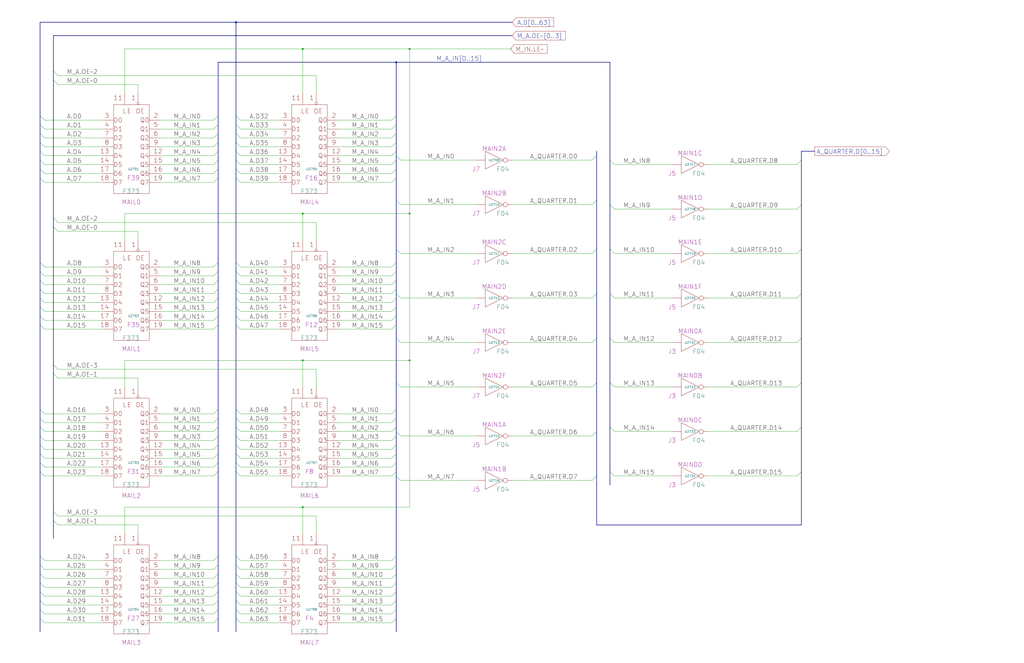
<source format=kicad_sch>
(kicad_sch (version 20211123) (generator eeschema)
  (paper "User" 584.2 378.46)
  (title_block (title "MULTIPLIER A INPUT LATCH") (date "22-MAR-90") (rev "1.0") (comment 1 "VALUE") (comment 2 "232-003063") (comment 3 "S400") (comment 4 "RELEASED"))
  (bus (pts (xy 124.46 101.6) (xy 124.46 149.86)))
  (bus (pts (xy 124.46 149.86) (xy 124.46 154.94)))
  (bus (pts (xy 124.46 154.94) (xy 124.46 160.02)))
  (bus (pts (xy 124.46 160.02) (xy 124.46 165.1)))
  (bus (pts (xy 124.46 165.1) (xy 124.46 170.18)))
  (bus (pts (xy 124.46 170.18) (xy 124.46 175.26)))
  (bus (pts (xy 124.46 175.26) (xy 124.46 180.34)))
  (bus (pts (xy 124.46 180.34) (xy 124.46 185.42)))
  (bus (pts (xy 124.46 185.42) (xy 124.46 233.68)))
  (bus (pts (xy 124.46 233.68) (xy 124.46 238.76)))
  (bus (pts (xy 124.46 238.76) (xy 124.46 243.84)))
  (bus (pts (xy 124.46 243.84) (xy 124.46 248.92)))
  (bus (pts (xy 124.46 248.92) (xy 124.46 254)))
  (bus (pts (xy 124.46 254) (xy 124.46 259.08)))
  (bus (pts (xy 124.46 259.08) (xy 124.46 264.16)))
  (bus (pts (xy 124.46 264.16) (xy 124.46 269.24)))
  (bus (pts (xy 124.46 269.24) (xy 124.46 317.5)))
  (bus (pts (xy 124.46 317.5) (xy 124.46 322.58)))
  (bus (pts (xy 124.46 322.58) (xy 124.46 327.66)))
  (bus (pts (xy 124.46 327.66) (xy 124.46 332.74)))
  (bus (pts (xy 124.46 332.74) (xy 124.46 337.82)))
  (bus (pts (xy 124.46 337.82) (xy 124.46 342.9)))
  (bus (pts (xy 124.46 342.9) (xy 124.46 347.98)))
  (bus (pts (xy 124.46 347.98) (xy 124.46 353.06)))
  (bus (pts (xy 124.46 35.56) (xy 124.46 66.04)))
  (bus (pts (xy 124.46 35.56) (xy 226.06 35.56)))
  (bus (pts (xy 124.46 353.06) (xy 124.46 360.68)))
  (bus (pts (xy 124.46 66.04) (xy 124.46 71.12)))
  (bus (pts (xy 124.46 71.12) (xy 124.46 76.2)))
  (bus (pts (xy 124.46 76.2) (xy 124.46 81.28)))
  (bus (pts (xy 124.46 81.28) (xy 124.46 86.36)))
  (bus (pts (xy 124.46 86.36) (xy 124.46 91.44)))
  (bus (pts (xy 124.46 91.44) (xy 124.46 96.52)))
  (bus (pts (xy 124.46 96.52) (xy 124.46 101.6)))
  (bus (pts (xy 134.62 101.6) (xy 134.62 149.86)))
  (bus (pts (xy 134.62 12.7) (xy 134.62 66.04)))
  (bus (pts (xy 134.62 12.7) (xy 292.1 12.7)))
  (bus (pts (xy 134.62 149.86) (xy 134.62 154.94)))
  (bus (pts (xy 134.62 154.94) (xy 134.62 160.02)))
  (bus (pts (xy 134.62 160.02) (xy 134.62 165.1)))
  (bus (pts (xy 134.62 165.1) (xy 134.62 170.18)))
  (bus (pts (xy 134.62 170.18) (xy 134.62 175.26)))
  (bus (pts (xy 134.62 175.26) (xy 134.62 180.34)))
  (bus (pts (xy 134.62 180.34) (xy 134.62 185.42)))
  (bus (pts (xy 134.62 185.42) (xy 134.62 233.68)))
  (bus (pts (xy 134.62 233.68) (xy 134.62 238.76)))
  (bus (pts (xy 134.62 238.76) (xy 134.62 243.84)))
  (bus (pts (xy 134.62 243.84) (xy 134.62 248.92)))
  (bus (pts (xy 134.62 248.92) (xy 134.62 254)))
  (bus (pts (xy 134.62 254) (xy 134.62 259.08)))
  (bus (pts (xy 134.62 259.08) (xy 134.62 264.16)))
  (bus (pts (xy 134.62 264.16) (xy 134.62 269.24)))
  (bus (pts (xy 134.62 269.24) (xy 134.62 317.5)))
  (bus (pts (xy 134.62 317.5) (xy 134.62 322.58)))
  (bus (pts (xy 134.62 322.58) (xy 134.62 327.66)))
  (bus (pts (xy 134.62 327.66) (xy 134.62 332.74)))
  (bus (pts (xy 134.62 332.74) (xy 134.62 337.82)))
  (bus (pts (xy 134.62 337.82) (xy 134.62 342.9)))
  (bus (pts (xy 134.62 342.9) (xy 134.62 347.98)))
  (bus (pts (xy 134.62 347.98) (xy 134.62 353.06)))
  (bus (pts (xy 134.62 353.06) (xy 134.62 360.68)))
  (bus (pts (xy 134.62 66.04) (xy 134.62 71.12)))
  (bus (pts (xy 134.62 71.12) (xy 134.62 76.2)))
  (bus (pts (xy 134.62 76.2) (xy 134.62 81.28)))
  (bus (pts (xy 134.62 81.28) (xy 134.62 86.36)))
  (bus (pts (xy 134.62 86.36) (xy 134.62 91.44)))
  (bus (pts (xy 134.62 91.44) (xy 134.62 96.52)))
  (bus (pts (xy 134.62 96.52) (xy 134.62 101.6)))
  (bus (pts (xy 22.86 101.6) (xy 22.86 149.86)))
  (bus (pts (xy 22.86 12.7) (xy 134.62 12.7)))
  (bus (pts (xy 22.86 12.7) (xy 22.86 66.04)))
  (bus (pts (xy 22.86 149.86) (xy 22.86 154.94)))
  (bus (pts (xy 22.86 154.94) (xy 22.86 160.02)))
  (bus (pts (xy 22.86 160.02) (xy 22.86 165.1)))
  (bus (pts (xy 22.86 165.1) (xy 22.86 170.18)))
  (bus (pts (xy 22.86 170.18) (xy 22.86 175.26)))
  (bus (pts (xy 22.86 175.26) (xy 22.86 180.34)))
  (bus (pts (xy 22.86 180.34) (xy 22.86 185.42)))
  (bus (pts (xy 22.86 185.42) (xy 22.86 233.68)))
  (bus (pts (xy 22.86 233.68) (xy 22.86 238.76)))
  (bus (pts (xy 22.86 238.76) (xy 22.86 243.84)))
  (bus (pts (xy 22.86 243.84) (xy 22.86 248.92)))
  (bus (pts (xy 22.86 248.92) (xy 22.86 254)))
  (bus (pts (xy 22.86 254) (xy 22.86 259.08)))
  (bus (pts (xy 22.86 259.08) (xy 22.86 264.16)))
  (bus (pts (xy 22.86 264.16) (xy 22.86 269.24)))
  (bus (pts (xy 22.86 269.24) (xy 22.86 317.5)))
  (bus (pts (xy 22.86 317.5) (xy 22.86 322.58)))
  (bus (pts (xy 22.86 322.58) (xy 22.86 327.66)))
  (bus (pts (xy 22.86 327.66) (xy 22.86 332.74)))
  (bus (pts (xy 22.86 332.74) (xy 22.86 337.82)))
  (bus (pts (xy 22.86 337.82) (xy 22.86 342.9)))
  (bus (pts (xy 22.86 342.9) (xy 22.86 347.98)))
  (bus (pts (xy 22.86 347.98) (xy 22.86 353.06)))
  (bus (pts (xy 22.86 353.06) (xy 22.86 360.68)))
  (bus (pts (xy 22.86 66.04) (xy 22.86 71.12)))
  (bus (pts (xy 22.86 71.12) (xy 22.86 76.2)))
  (bus (pts (xy 22.86 76.2) (xy 22.86 81.28)))
  (bus (pts (xy 22.86 81.28) (xy 22.86 86.36)))
  (bus (pts (xy 22.86 86.36) (xy 22.86 91.44)))
  (bus (pts (xy 22.86 91.44) (xy 22.86 96.52)))
  (bus (pts (xy 22.86 96.52) (xy 22.86 101.6)))
  (bus (pts (xy 226.06 101.6) (xy 226.06 114.3)))
  (bus (pts (xy 226.06 114.3) (xy 226.06 142.24)))
  (bus (pts (xy 226.06 142.24) (xy 226.06 149.86)))
  (bus (pts (xy 226.06 149.86) (xy 226.06 154.94)))
  (bus (pts (xy 226.06 154.94) (xy 226.06 160.02)))
  (bus (pts (xy 226.06 160.02) (xy 226.06 165.1)))
  (bus (pts (xy 226.06 165.1) (xy 226.06 167.64)))
  (bus (pts (xy 226.06 167.64) (xy 226.06 170.18)))
  (bus (pts (xy 226.06 170.18) (xy 226.06 175.26)))
  (bus (pts (xy 226.06 175.26) (xy 226.06 180.34)))
  (bus (pts (xy 226.06 180.34) (xy 226.06 185.42)))
  (bus (pts (xy 226.06 185.42) (xy 226.06 193.04)))
  (bus (pts (xy 226.06 193.04) (xy 226.06 218.44)))
  (bus (pts (xy 226.06 218.44) (xy 226.06 233.68)))
  (bus (pts (xy 226.06 233.68) (xy 226.06 238.76)))
  (bus (pts (xy 226.06 238.76) (xy 226.06 243.84)))
  (bus (pts (xy 226.06 243.84) (xy 226.06 246.38)))
  (bus (pts (xy 226.06 246.38) (xy 226.06 248.92)))
  (bus (pts (xy 226.06 248.92) (xy 226.06 254)))
  (bus (pts (xy 226.06 254) (xy 226.06 259.08)))
  (bus (pts (xy 226.06 259.08) (xy 226.06 264.16)))
  (bus (pts (xy 226.06 264.16) (xy 226.06 269.24)))
  (bus (pts (xy 226.06 269.24) (xy 226.06 271.78)))
  (bus (pts (xy 226.06 271.78) (xy 226.06 317.5)))
  (bus (pts (xy 226.06 317.5) (xy 226.06 322.58)))
  (bus (pts (xy 226.06 322.58) (xy 226.06 327.66)))
  (bus (pts (xy 226.06 327.66) (xy 226.06 332.74)))
  (bus (pts (xy 226.06 332.74) (xy 226.06 337.82)))
  (bus (pts (xy 226.06 337.82) (xy 226.06 342.9)))
  (bus (pts (xy 226.06 342.9) (xy 226.06 347.98)))
  (bus (pts (xy 226.06 347.98) (xy 226.06 353.06)))
  (bus (pts (xy 226.06 35.56) (xy 226.06 66.04)))
  (bus (pts (xy 226.06 35.56) (xy 347.98 35.56)))
  (bus (pts (xy 226.06 353.06) (xy 226.06 360.68)))
  (bus (pts (xy 226.06 66.04) (xy 226.06 71.12)))
  (bus (pts (xy 226.06 71.12) (xy 226.06 76.2)))
  (bus (pts (xy 226.06 76.2) (xy 226.06 81.28)))
  (bus (pts (xy 226.06 81.28) (xy 226.06 86.36)))
  (bus (pts (xy 226.06 86.36) (xy 226.06 88.9)))
  (bus (pts (xy 226.06 88.9) (xy 226.06 91.44)))
  (bus (pts (xy 226.06 91.44) (xy 226.06 96.52)))
  (bus (pts (xy 226.06 96.52) (xy 226.06 101.6)))
  (bus (pts (xy 30.48 124.46) (xy 30.48 129.54)))
  (bus (pts (xy 30.48 129.54) (xy 30.48 208.28)))
  (bus (pts (xy 30.48 20.32) (xy 292.1 20.32)))
  (bus (pts (xy 30.48 20.32) (xy 30.48 40.64)))
  (bus (pts (xy 30.48 208.28) (xy 30.48 213.36)))
  (bus (pts (xy 30.48 213.36) (xy 30.48 292.1)))
  (bus (pts (xy 30.48 292.1) (xy 30.48 297.18)))
  (bus (pts (xy 30.48 297.18) (xy 30.48 307.34)))
  (bus (pts (xy 30.48 40.64) (xy 30.48 45.72)))
  (bus (pts (xy 30.48 45.72) (xy 30.48 124.46)))
  (bus (pts (xy 340.36 114.3) (xy 340.36 142.24)))
  (bus (pts (xy 340.36 142.24) (xy 340.36 167.64)))
  (bus (pts (xy 340.36 167.64) (xy 340.36 193.04)))
  (bus (pts (xy 340.36 193.04) (xy 340.36 218.44)))
  (bus (pts (xy 340.36 218.44) (xy 340.36 246.38)))
  (bus (pts (xy 340.36 246.38) (xy 340.36 271.78)))
  (bus (pts (xy 340.36 271.78) (xy 340.36 299.72)))
  (bus (pts (xy 340.36 299.72) (xy 457.2 299.72)))
  (bus (pts (xy 340.36 86.36) (xy 340.36 88.9)))
  (bus (pts (xy 340.36 88.9) (xy 340.36 114.3)))
  (bus (pts (xy 347.98 116.84) (xy 347.98 142.24)))
  (bus (pts (xy 347.98 142.24) (xy 347.98 167.64)))
  (bus (pts (xy 347.98 167.64) (xy 347.98 193.04)))
  (bus (pts (xy 347.98 193.04) (xy 347.98 218.44)))
  (bus (pts (xy 347.98 218.44) (xy 347.98 243.84)))
  (bus (pts (xy 347.98 243.84) (xy 347.98 269.24)))
  (bus (pts (xy 347.98 269.24) (xy 347.98 276.86)))
  (bus (pts (xy 347.98 35.56) (xy 347.98 91.44)))
  (bus (pts (xy 347.98 91.44) (xy 347.98 116.84)))
  (bus (pts (xy 457.2 116.84) (xy 457.2 142.24)))
  (bus (pts (xy 457.2 142.24) (xy 457.2 167.64)))
  (bus (pts (xy 457.2 167.64) (xy 457.2 193.04)))
  (bus (pts (xy 457.2 193.04) (xy 457.2 218.44)))
  (bus (pts (xy 457.2 218.44) (xy 457.2 243.84)))
  (bus (pts (xy 457.2 243.84) (xy 457.2 269.24)))
  (bus (pts (xy 457.2 269.24) (xy 457.2 299.72)))
  (bus (pts (xy 457.2 86.36) (xy 457.2 91.44)))
  (bus (pts (xy 457.2 86.36) (xy 464.82 86.36)))
  (bus (pts (xy 457.2 91.44) (xy 457.2 116.84)))
  (wire (pts (xy 137.16 104.14) (xy 160.02 104.14)))
  (wire (pts (xy 137.16 152.4) (xy 160.02 152.4)))
  (wire (pts (xy 137.16 157.48) (xy 160.02 157.48)))
  (wire (pts (xy 137.16 162.56) (xy 160.02 162.56)))
  (wire (pts (xy 137.16 167.64) (xy 160.02 167.64)))
  (wire (pts (xy 137.16 172.72) (xy 160.02 172.72)))
  (wire (pts (xy 137.16 177.8) (xy 160.02 177.8)))
  (wire (pts (xy 137.16 182.88) (xy 160.02 182.88)))
  (wire (pts (xy 137.16 187.96) (xy 160.02 187.96)))
  (wire (pts (xy 137.16 236.22) (xy 160.02 236.22)))
  (wire (pts (xy 137.16 241.3) (xy 160.02 241.3)))
  (wire (pts (xy 137.16 246.38) (xy 160.02 246.38)))
  (wire (pts (xy 137.16 251.46) (xy 160.02 251.46)))
  (wire (pts (xy 137.16 256.54) (xy 160.02 256.54)))
  (wire (pts (xy 137.16 261.62) (xy 160.02 261.62)))
  (wire (pts (xy 137.16 266.7) (xy 160.02 266.7)))
  (wire (pts (xy 137.16 271.78) (xy 160.02 271.78)))
  (wire (pts (xy 137.16 320.04) (xy 160.02 320.04)))
  (wire (pts (xy 137.16 325.12) (xy 160.02 325.12)))
  (wire (pts (xy 137.16 330.2) (xy 160.02 330.2)))
  (wire (pts (xy 137.16 335.28) (xy 160.02 335.28)))
  (wire (pts (xy 137.16 340.36) (xy 160.02 340.36)))
  (wire (pts (xy 137.16 345.44) (xy 160.02 345.44)))
  (wire (pts (xy 137.16 350.52) (xy 160.02 350.52)))
  (wire (pts (xy 137.16 355.6) (xy 160.02 355.6)))
  (wire (pts (xy 137.16 68.58) (xy 160.02 68.58)))
  (wire (pts (xy 137.16 73.66) (xy 160.02 73.66)))
  (wire (pts (xy 137.16 78.74) (xy 160.02 78.74)))
  (wire (pts (xy 137.16 83.82) (xy 160.02 83.82)))
  (wire (pts (xy 137.16 88.9) (xy 160.02 88.9)))
  (wire (pts (xy 137.16 93.98) (xy 160.02 93.98)))
  (wire (pts (xy 137.16 99.06) (xy 160.02 99.06)))
  (wire (pts (xy 172.72 121.92) (xy 172.72 137.16)))
  (wire (pts (xy 172.72 121.92) (xy 233.68 121.92)))
  (wire (pts (xy 172.72 205.74) (xy 172.72 220.98)))
  (wire (pts (xy 172.72 205.74) (xy 233.68 205.74)))
  (wire (pts (xy 172.72 27.94) (xy 172.72 53.34)))
  (wire (pts (xy 172.72 27.94) (xy 71.12 27.94)))
  (wire (pts (xy 172.72 289.56) (xy 172.72 304.8)))
  (wire (pts (xy 172.72 289.56) (xy 233.68 289.56)))
  (wire (pts (xy 180.34 127) (xy 180.34 137.16)))
  (wire (pts (xy 180.34 210.82) (xy 180.34 220.98)))
  (wire (pts (xy 180.34 294.64) (xy 180.34 304.8)))
  (wire (pts (xy 180.34 43.18) (xy 180.34 53.34)))
  (wire (pts (xy 193.04 104.14) (xy 223.52 104.14)))
  (wire (pts (xy 193.04 152.4) (xy 223.52 152.4)))
  (wire (pts (xy 193.04 157.48) (xy 223.52 157.48)))
  (wire (pts (xy 193.04 162.56) (xy 223.52 162.56)))
  (wire (pts (xy 193.04 167.64) (xy 223.52 167.64)))
  (wire (pts (xy 193.04 172.72) (xy 223.52 172.72)))
  (wire (pts (xy 193.04 177.8) (xy 223.52 177.8)))
  (wire (pts (xy 193.04 182.88) (xy 223.52 182.88)))
  (wire (pts (xy 193.04 187.96) (xy 223.52 187.96)))
  (wire (pts (xy 193.04 236.22) (xy 223.52 236.22)))
  (wire (pts (xy 193.04 241.3) (xy 223.52 241.3)))
  (wire (pts (xy 193.04 246.38) (xy 223.52 246.38)))
  (wire (pts (xy 193.04 251.46) (xy 223.52 251.46)))
  (wire (pts (xy 193.04 256.54) (xy 223.52 256.54)))
  (wire (pts (xy 193.04 261.62) (xy 223.52 261.62)))
  (wire (pts (xy 193.04 266.7) (xy 223.52 266.7)))
  (wire (pts (xy 193.04 271.78) (xy 223.52 271.78)))
  (wire (pts (xy 193.04 320.04) (xy 223.52 320.04)))
  (wire (pts (xy 193.04 325.12) (xy 223.52 325.12)))
  (wire (pts (xy 193.04 330.2) (xy 223.52 330.2)))
  (wire (pts (xy 193.04 335.28) (xy 223.52 335.28)))
  (wire (pts (xy 193.04 340.36) (xy 223.52 340.36)))
  (wire (pts (xy 193.04 345.44) (xy 223.52 345.44)))
  (wire (pts (xy 193.04 350.52) (xy 223.52 350.52)))
  (wire (pts (xy 193.04 355.6) (xy 223.52 355.6)))
  (wire (pts (xy 193.04 68.58) (xy 223.52 68.58)))
  (wire (pts (xy 193.04 73.66) (xy 223.52 73.66)))
  (wire (pts (xy 193.04 78.74) (xy 223.52 78.74)))
  (wire (pts (xy 193.04 83.82) (xy 223.52 83.82)))
  (wire (pts (xy 193.04 88.9) (xy 223.52 88.9)))
  (wire (pts (xy 193.04 93.98) (xy 223.52 93.98)))
  (wire (pts (xy 193.04 99.06) (xy 223.52 99.06)))
  (wire (pts (xy 228.6 116.84) (xy 271.78 116.84)))
  (wire (pts (xy 228.6 144.78) (xy 271.78 144.78)))
  (wire (pts (xy 228.6 170.18) (xy 271.78 170.18)))
  (wire (pts (xy 228.6 195.58) (xy 271.78 195.58)))
  (wire (pts (xy 228.6 220.98) (xy 271.78 220.98)))
  (wire (pts (xy 228.6 248.92) (xy 271.78 248.92)))
  (wire (pts (xy 228.6 274.32) (xy 271.78 274.32)))
  (wire (pts (xy 228.6 91.44) (xy 271.78 91.44)))
  (wire (pts (xy 233.68 121.92) (xy 233.68 27.94)))
  (wire (pts (xy 233.68 205.74) (xy 233.68 121.92)))
  (wire (pts (xy 233.68 27.94) (xy 172.72 27.94)))
  (wire (pts (xy 233.68 27.94) (xy 292.1 27.94)))
  (wire (pts (xy 233.68 289.56) (xy 233.68 205.74)))
  (wire (pts (xy 25.4 104.14) (xy 58.42 104.14)))
  (wire (pts (xy 25.4 152.4) (xy 58.42 152.4)))
  (wire (pts (xy 25.4 157.48) (xy 58.42 157.48)))
  (wire (pts (xy 25.4 162.56) (xy 58.42 162.56)))
  (wire (pts (xy 25.4 167.64) (xy 58.42 167.64)))
  (wire (pts (xy 25.4 172.72) (xy 58.42 172.72)))
  (wire (pts (xy 25.4 177.8) (xy 58.42 177.8)))
  (wire (pts (xy 25.4 182.88) (xy 58.42 182.88)))
  (wire (pts (xy 25.4 187.96) (xy 58.42 187.96)))
  (wire (pts (xy 25.4 236.22) (xy 58.42 236.22)))
  (wire (pts (xy 25.4 241.3) (xy 58.42 241.3)))
  (wire (pts (xy 25.4 246.38) (xy 58.42 246.38)))
  (wire (pts (xy 25.4 251.46) (xy 58.42 251.46)))
  (wire (pts (xy 25.4 256.54) (xy 58.42 256.54)))
  (wire (pts (xy 25.4 261.62) (xy 58.42 261.62)))
  (wire (pts (xy 25.4 266.7) (xy 58.42 266.7)))
  (wire (pts (xy 25.4 271.78) (xy 58.42 271.78)))
  (wire (pts (xy 25.4 320.04) (xy 58.42 320.04)))
  (wire (pts (xy 25.4 325.12) (xy 58.42 325.12)))
  (wire (pts (xy 25.4 330.2) (xy 58.42 330.2)))
  (wire (pts (xy 25.4 335.28) (xy 58.42 335.28)))
  (wire (pts (xy 25.4 340.36) (xy 58.42 340.36)))
  (wire (pts (xy 25.4 345.44) (xy 58.42 345.44)))
  (wire (pts (xy 25.4 350.52) (xy 58.42 350.52)))
  (wire (pts (xy 25.4 355.6) (xy 58.42 355.6)))
  (wire (pts (xy 25.4 68.58) (xy 58.42 68.58)))
  (wire (pts (xy 25.4 73.66) (xy 58.42 73.66)))
  (wire (pts (xy 25.4 78.74) (xy 58.42 78.74)))
  (wire (pts (xy 25.4 83.82) (xy 58.42 83.82)))
  (wire (pts (xy 25.4 88.9) (xy 58.42 88.9)))
  (wire (pts (xy 25.4 93.98) (xy 58.42 93.98)))
  (wire (pts (xy 25.4 99.06) (xy 58.42 99.06)))
  (wire (pts (xy 292.1 116.84) (xy 337.82 116.84)))
  (wire (pts (xy 292.1 144.78) (xy 337.82 144.78)))
  (wire (pts (xy 292.1 170.18) (xy 337.82 170.18)))
  (wire (pts (xy 292.1 195.58) (xy 337.82 195.58)))
  (wire (pts (xy 292.1 220.98) (xy 337.82 220.98)))
  (wire (pts (xy 292.1 248.92) (xy 337.82 248.92)))
  (wire (pts (xy 292.1 274.32) (xy 337.82 274.32)))
  (wire (pts (xy 292.1 91.44) (xy 337.82 91.44)))
  (wire (pts (xy 33.02 127) (xy 180.34 127)))
  (wire (pts (xy 33.02 132.08) (xy 78.74 132.08)))
  (wire (pts (xy 33.02 210.82) (xy 180.34 210.82)))
  (wire (pts (xy 33.02 215.9) (xy 78.74 215.9)))
  (wire (pts (xy 33.02 294.64) (xy 180.34 294.64)))
  (wire (pts (xy 33.02 299.72) (xy 78.74 299.72)))
  (wire (pts (xy 33.02 43.18) (xy 180.34 43.18)))
  (wire (pts (xy 33.02 48.26) (xy 78.74 48.26)))
  (wire (pts (xy 350.52 119.38) (xy 383.54 119.38)))
  (wire (pts (xy 350.52 144.78) (xy 383.54 144.78)))
  (wire (pts (xy 350.52 170.18) (xy 383.54 170.18)))
  (wire (pts (xy 350.52 195.58) (xy 383.54 195.58)))
  (wire (pts (xy 350.52 220.98) (xy 383.54 220.98)))
  (wire (pts (xy 350.52 246.38) (xy 383.54 246.38)))
  (wire (pts (xy 350.52 271.78) (xy 383.54 271.78)))
  (wire (pts (xy 350.52 93.98) (xy 383.54 93.98)))
  (wire (pts (xy 403.86 119.38) (xy 454.66 119.38)))
  (wire (pts (xy 403.86 144.78) (xy 454.66 144.78)))
  (wire (pts (xy 403.86 170.18) (xy 454.66 170.18)))
  (wire (pts (xy 403.86 195.58) (xy 454.66 195.58)))
  (wire (pts (xy 403.86 220.98) (xy 454.66 220.98)))
  (wire (pts (xy 403.86 246.38) (xy 454.66 246.38)))
  (wire (pts (xy 403.86 271.78) (xy 454.66 271.78)))
  (wire (pts (xy 403.86 93.98) (xy 454.66 93.98)))
  (wire (pts (xy 71.12 121.92) (xy 172.72 121.92)))
  (wire (pts (xy 71.12 121.92) (xy 71.12 137.16)))
  (wire (pts (xy 71.12 205.74) (xy 172.72 205.74)))
  (wire (pts (xy 71.12 205.74) (xy 71.12 220.98)))
  (wire (pts (xy 71.12 27.94) (xy 71.12 53.34)))
  (wire (pts (xy 71.12 289.56) (xy 172.72 289.56)))
  (wire (pts (xy 71.12 289.56) (xy 71.12 304.8)))
  (wire (pts (xy 78.74 132.08) (xy 78.74 137.16)))
  (wire (pts (xy 78.74 215.9) (xy 78.74 220.98)))
  (wire (pts (xy 78.74 299.72) (xy 78.74 304.8)))
  (wire (pts (xy 78.74 48.26) (xy 78.74 53.34)))
  (wire (pts (xy 91.44 104.14) (xy 121.92 104.14)))
  (wire (pts (xy 91.44 152.4) (xy 121.92 152.4)))
  (wire (pts (xy 91.44 157.48) (xy 121.92 157.48)))
  (wire (pts (xy 91.44 162.56) (xy 121.92 162.56)))
  (wire (pts (xy 91.44 167.64) (xy 121.92 167.64)))
  (wire (pts (xy 91.44 172.72) (xy 121.92 172.72)))
  (wire (pts (xy 91.44 177.8) (xy 121.92 177.8)))
  (wire (pts (xy 91.44 182.88) (xy 121.92 182.88)))
  (wire (pts (xy 91.44 187.96) (xy 121.92 187.96)))
  (wire (pts (xy 91.44 236.22) (xy 121.92 236.22)))
  (wire (pts (xy 91.44 241.3) (xy 121.92 241.3)))
  (wire (pts (xy 91.44 246.38) (xy 121.92 246.38)))
  (wire (pts (xy 91.44 251.46) (xy 121.92 251.46)))
  (wire (pts (xy 91.44 256.54) (xy 121.92 256.54)))
  (wire (pts (xy 91.44 261.62) (xy 121.92 261.62)))
  (wire (pts (xy 91.44 266.7) (xy 121.92 266.7)))
  (wire (pts (xy 91.44 271.78) (xy 121.92 271.78)))
  (wire (pts (xy 91.44 320.04) (xy 121.92 320.04)))
  (wire (pts (xy 91.44 325.12) (xy 121.92 325.12)))
  (wire (pts (xy 91.44 330.2) (xy 121.92 330.2)))
  (wire (pts (xy 91.44 335.28) (xy 121.92 335.28)))
  (wire (pts (xy 91.44 340.36) (xy 121.92 340.36)))
  (wire (pts (xy 91.44 345.44) (xy 121.92 345.44)))
  (wire (pts (xy 91.44 350.52) (xy 121.92 350.52)))
  (wire (pts (xy 91.44 355.6) (xy 121.92 355.6)))
  (wire (pts (xy 91.44 68.58) (xy 121.92 68.58)))
  (wire (pts (xy 91.44 73.66) (xy 121.92 73.66)))
  (wire (pts (xy 91.44 78.74) (xy 121.92 78.74)))
  (wire (pts (xy 91.44 83.82) (xy 121.92 83.82)))
  (wire (pts (xy 91.44 88.9) (xy 121.92 88.9)))
  (wire (pts (xy 91.44 93.98) (xy 121.92 93.98)))
  (wire (pts (xy 91.44 99.06) (xy 121.92 99.06)))
  (bus_entry (at 22.86 66.04) (size 2.54 2.54))
  (bus_entry (at 22.86 71.12) (size 2.54 2.54))
  (bus_entry (at 22.86 76.2) (size 2.54 2.54))
  (bus_entry (at 22.86 81.28) (size 2.54 2.54))
  (bus_entry (at 22.86 86.36) (size 2.54 2.54))
  (bus_entry (at 22.86 91.44) (size 2.54 2.54))
  (bus_entry (at 22.86 96.52) (size 2.54 2.54))
  (bus_entry (at 22.86 101.6) (size 2.54 2.54))
  (bus_entry (at 22.86 149.86) (size 2.54 2.54))
  (bus_entry (at 22.86 154.94) (size 2.54 2.54))
  (bus_entry (at 22.86 160.02) (size 2.54 2.54))
  (bus_entry (at 22.86 165.1) (size 2.54 2.54))
  (bus_entry (at 22.86 170.18) (size 2.54 2.54))
  (bus_entry (at 22.86 175.26) (size 2.54 2.54))
  (bus_entry (at 22.86 180.34) (size 2.54 2.54))
  (bus_entry (at 22.86 185.42) (size 2.54 2.54))
  (bus_entry (at 22.86 233.68) (size 2.54 2.54))
  (bus_entry (at 22.86 238.76) (size 2.54 2.54))
  (bus_entry (at 22.86 243.84) (size 2.54 2.54))
  (bus_entry (at 22.86 248.92) (size 2.54 2.54))
  (bus_entry (at 22.86 254) (size 2.54 2.54))
  (bus_entry (at 22.86 259.08) (size 2.54 2.54))
  (bus_entry (at 22.86 264.16) (size 2.54 2.54))
  (bus_entry (at 22.86 269.24) (size 2.54 2.54))
  (bus_entry (at 22.86 317.5) (size 2.54 2.54))
  (bus_entry (at 22.86 322.58) (size 2.54 2.54))
  (bus_entry (at 22.86 327.66) (size 2.54 2.54))
  (bus_entry (at 22.86 332.74) (size 2.54 2.54))
  (bus_entry (at 22.86 337.82) (size 2.54 2.54))
  (bus_entry (at 22.86 342.9) (size 2.54 2.54))
  (bus_entry (at 22.86 347.98) (size 2.54 2.54))
  (bus_entry (at 22.86 353.06) (size 2.54 2.54))
  (bus_entry (at 30.48 40.64) (size 2.54 2.54))
  (bus_entry (at 30.48 45.72) (size 2.54 2.54))
  (bus_entry (at 30.48 124.46) (size 2.54 2.54))
  (bus_entry (at 30.48 129.54) (size 2.54 2.54))
  (bus_entry (at 30.48 208.28) (size 2.54 2.54))
  (bus_entry (at 30.48 213.36) (size 2.54 2.54))
  (bus_entry (at 30.48 292.1) (size 2.54 2.54))
  (bus_entry (at 30.48 297.18) (size 2.54 2.54))
  (label "M_A.OE~2" (at 38.1 43.18 0) (effects (font (size 2.54 2.54))))
  (label "M_A.OE~0" (at 38.1 48.26 0) (effects (font (size 2.54 2.54))))
  (label "A.D0" (at 38.1 68.58 0) (effects (font (size 2.54 2.54))))
  (label "A.D1" (at 38.1 73.66 0) (effects (font (size 2.54 2.54))))
  (label "A.D2" (at 38.1 78.74 0) (effects (font (size 2.54 2.54))))
  (label "A.D3" (at 38.1 83.82 0) (effects (font (size 2.54 2.54))))
  (label "A.D4" (at 38.1 88.9 0) (effects (font (size 2.54 2.54))))
  (label "A.D5" (at 38.1 93.98 0) (effects (font (size 2.54 2.54))))
  (label "A.D6" (at 38.1 99.06 0) (effects (font (size 2.54 2.54))))
  (label "A.D7" (at 38.1 104.14 0) (effects (font (size 2.54 2.54))))
  (label "M_A.OE~2" (at 38.1 127 0) (effects (font (size 2.54 2.54))))
  (label "M_A.OE~0" (at 38.1 132.08 0) (effects (font (size 2.54 2.54))))
  (label "A.D8" (at 38.1 152.4 0) (effects (font (size 2.54 2.54))))
  (label "A.D9" (at 38.1 157.48 0) (effects (font (size 2.54 2.54))))
  (label "A.D10" (at 38.1 162.56 0) (effects (font (size 2.54 2.54))))
  (label "A.D11" (at 38.1 167.64 0) (effects (font (size 2.54 2.54))))
  (label "A.D12" (at 38.1 172.72 0) (effects (font (size 2.54 2.54))))
  (label "A.D13" (at 38.1 177.8 0) (effects (font (size 2.54 2.54))))
  (label "A.D14" (at 38.1 182.88 0) (effects (font (size 2.54 2.54))))
  (label "A.D15" (at 38.1 187.96 0) (effects (font (size 2.54 2.54))))
  (label "M_A.OE~3" (at 38.1 210.82 0) (effects (font (size 2.54 2.54))))
  (label "M_A.OE~1" (at 38.1 215.9 0) (effects (font (size 2.54 2.54))))
  (label "A.D16" (at 38.1 236.22 0) (effects (font (size 2.54 2.54))))
  (label "A.D17" (at 38.1 241.3 0) (effects (font (size 2.54 2.54))))
  (label "A.D18" (at 38.1 246.38 0) (effects (font (size 2.54 2.54))))
  (label "A.D19" (at 38.1 251.46 0) (effects (font (size 2.54 2.54))))
  (label "A.D20" (at 38.1 256.54 0) (effects (font (size 2.54 2.54))))
  (label "A.D21" (at 38.1 261.62 0) (effects (font (size 2.54 2.54))))
  (label "A.D22" (at 38.1 266.7 0) (effects (font (size 2.54 2.54))))
  (label "A.D23" (at 38.1 271.78 0) (effects (font (size 2.54 2.54))))
  (label "M_A.OE~3" (at 38.1 294.64 0) (effects (font (size 2.54 2.54))))
  (label "M_A.OE~1" (at 38.1 299.72 0) (effects (font (size 2.54 2.54))))
  (label "A.D24" (at 38.1 320.04 0) (effects (font (size 2.54 2.54))))
  (label "A.D25" (at 38.1 325.12 0) (effects (font (size 2.54 2.54))))
  (label "A.D26" (at 38.1 330.2 0) (effects (font (size 2.54 2.54))))
  (label "A.D27" (at 38.1 335.28 0) (effects (font (size 2.54 2.54))))
  (label "A.D28" (at 38.1 340.36 0) (effects (font (size 2.54 2.54))))
  (label "A.D29" (at 38.1 345.44 0) (effects (font (size 2.54 2.54))))
  (label "A.D30" (at 38.1 350.52 0) (effects (font (size 2.54 2.54))))
  (label "A.D31" (at 38.1 355.6 0) (effects (font (size 2.54 2.54))))
  (symbol (lib_id "r1000:F373") (at 73.66 101.6 0) (unit 1)
    (property "Reference" "U2701" (at 76.2 96.52 0))
    (property "Value" "F373" (at 69.85 109.22 0) (effects (font (size 2.54 2.54)) (justify left)))
    (property "Location" "F39" (at 72.39 101.6 0) (effects (font (size 2.54 2.54)) (justify left)))
    (property "Name" "MAIL0" (at 74.93 116.84 0) (effects (font (size 2.54 2.54)) (justify bottom)))
  )
  (symbol (lib_id "r1000:F373") (at 73.66 185.42 0) (unit 1)
    (property "Reference" "U2702" (at 76.2 180.34 0))
    (property "Value" "F373" (at 69.85 193.04 0) (effects (font (size 2.54 2.54)) (justify left)))
    (property "Location" "F35" (at 72.39 185.42 0) (effects (font (size 2.54 2.54)) (justify left)))
    (property "Name" "MAIL1" (at 74.93 200.66 0) (effects (font (size 2.54 2.54)) (justify bottom)))
  )
  (symbol (lib_id "r1000:F373") (at 73.66 269.24 0) (unit 1)
    (property "Reference" "U2703" (at 76.2 264.16 0))
    (property "Value" "F373" (at 69.85 276.86 0) (effects (font (size 2.54 2.54)) (justify left)))
    (property "Location" "F31" (at 72.39 269.24 0) (effects (font (size 2.54 2.54)) (justify left)))
    (property "Name" "MAIL2" (at 74.93 284.48 0) (effects (font (size 2.54 2.54)) (justify bottom)))
  )
  (symbol (lib_id "r1000:F373") (at 73.66 353.06 0) (unit 1)
    (property "Reference" "U2704" (at 76.2 347.98 0))
    (property "Value" "F373" (at 69.85 360.68 0) (effects (font (size 2.54 2.54)) (justify left)))
    (property "Location" "F27" (at 72.39 353.06 0) (effects (font (size 2.54 2.54)) (justify left)))
    (property "Name" "MAIL3" (at 74.93 368.3 0) (effects (font (size 2.54 2.54)) (justify bottom)))
  )
  (label "M_A_IN0" (at 99.06 68.58 0) (effects (font (size 2.54 2.54))))
  (label "M_A_IN1" (at 99.06 73.66 0) (effects (font (size 2.54 2.54))))
  (label "M_A_IN2" (at 99.06 78.74 0) (effects (font (size 2.54 2.54))))
  (label "M_A_IN3" (at 99.06 83.82 0) (effects (font (size 2.54 2.54))))
  (label "M_A_IN4" (at 99.06 88.9 0) (effects (font (size 2.54 2.54))))
  (label "M_A_IN5" (at 99.06 93.98 0) (effects (font (size 2.54 2.54))))
  (label "M_A_IN6" (at 99.06 99.06 0) (effects (font (size 2.54 2.54))))
  (label "M_A_IN7" (at 99.06 104.14 0) (effects (font (size 2.54 2.54))))
  (label "M_A_IN8" (at 99.06 152.4 0) (effects (font (size 2.54 2.54))))
  (label "M_A_IN9" (at 99.06 157.48 0) (effects (font (size 2.54 2.54))))
  (label "M_A_IN10" (at 99.06 162.56 0) (effects (font (size 2.54 2.54))))
  (label "M_A_IN11" (at 99.06 167.64 0) (effects (font (size 2.54 2.54))))
  (label "M_A_IN12" (at 99.06 172.72 0) (effects (font (size 2.54 2.54))))
  (label "M_A_IN13" (at 99.06 177.8 0) (effects (font (size 2.54 2.54))))
  (label "M_A_IN14" (at 99.06 182.88 0) (effects (font (size 2.54 2.54))))
  (label "M_A_IN15" (at 99.06 187.96 0) (effects (font (size 2.54 2.54))))
  (label "M_A_IN0" (at 99.06 236.22 0) (effects (font (size 2.54 2.54))))
  (label "M_A_IN1" (at 99.06 241.3 0) (effects (font (size 2.54 2.54))))
  (label "M_A_IN2" (at 99.06 246.38 0) (effects (font (size 2.54 2.54))))
  (label "M_A_IN3" (at 99.06 251.46 0) (effects (font (size 2.54 2.54))))
  (label "M_A_IN4" (at 99.06 256.54 0) (effects (font (size 2.54 2.54))))
  (label "M_A_IN5" (at 99.06 261.62 0) (effects (font (size 2.54 2.54))))
  (label "M_A_IN6" (at 99.06 266.7 0) (effects (font (size 2.54 2.54))))
  (label "M_A_IN7" (at 99.06 271.78 0) (effects (font (size 2.54 2.54))))
  (label "M_A_IN8" (at 99.06 320.04 0) (effects (font (size 2.54 2.54))))
  (label "M_A_IN9" (at 99.06 325.12 0) (effects (font (size 2.54 2.54))))
  (label "M_A_IN10" (at 99.06 330.2 0) (effects (font (size 2.54 2.54))))
  (label "M_A_IN11" (at 99.06 335.28 0) (effects (font (size 2.54 2.54))))
  (label "M_A_IN12" (at 99.06 340.36 0) (effects (font (size 2.54 2.54))))
  (label "M_A_IN13" (at 99.06 345.44 0) (effects (font (size 2.54 2.54))))
  (label "M_A_IN14" (at 99.06 350.52 0) (effects (font (size 2.54 2.54))))
  (label "M_A_IN15" (at 99.06 355.6 0) (effects (font (size 2.54 2.54))))
  (bus_entry (at 124.46 66.04) (size -2.54 2.54))
  (bus_entry (at 124.46 71.12) (size -2.54 2.54))
  (bus_entry (at 124.46 76.2) (size -2.54 2.54))
  (bus_entry (at 124.46 81.28) (size -2.54 2.54))
  (bus_entry (at 124.46 86.36) (size -2.54 2.54))
  (bus_entry (at 124.46 91.44) (size -2.54 2.54))
  (bus_entry (at 124.46 96.52) (size -2.54 2.54))
  (bus_entry (at 124.46 101.6) (size -2.54 2.54))
  (bus_entry (at 124.46 149.86) (size -2.54 2.54))
  (bus_entry (at 124.46 154.94) (size -2.54 2.54))
  (bus_entry (at 124.46 160.02) (size -2.54 2.54))
  (bus_entry (at 124.46 165.1) (size -2.54 2.54))
  (bus_entry (at 124.46 170.18) (size -2.54 2.54))
  (bus_entry (at 124.46 175.26) (size -2.54 2.54))
  (bus_entry (at 124.46 180.34) (size -2.54 2.54))
  (bus_entry (at 124.46 185.42) (size -2.54 2.54))
  (bus_entry (at 124.46 233.68) (size -2.54 2.54))
  (bus_entry (at 124.46 238.76) (size -2.54 2.54))
  (bus_entry (at 124.46 243.84) (size -2.54 2.54))
  (bus_entry (at 124.46 248.92) (size -2.54 2.54))
  (bus_entry (at 124.46 254) (size -2.54 2.54))
  (bus_entry (at 124.46 259.08) (size -2.54 2.54))
  (bus_entry (at 124.46 264.16) (size -2.54 2.54))
  (bus_entry (at 124.46 269.24) (size -2.54 2.54))
  (bus_entry (at 124.46 317.5) (size -2.54 2.54))
  (bus_entry (at 124.46 322.58) (size -2.54 2.54))
  (bus_entry (at 124.46 327.66) (size -2.54 2.54))
  (bus_entry (at 124.46 332.74) (size -2.54 2.54))
  (bus_entry (at 124.46 337.82) (size -2.54 2.54))
  (bus_entry (at 124.46 342.9) (size -2.54 2.54))
  (bus_entry (at 124.46 347.98) (size -2.54 2.54))
  (bus_entry (at 124.46 353.06) (size -2.54 2.54))
  (junction (at 134.62 12.7))
  (bus_entry (at 134.62 66.04) (size 2.54 2.54))
  (bus_entry (at 134.62 71.12) (size 2.54 2.54))
  (bus_entry (at 134.62 76.2) (size 2.54 2.54))
  (bus_entry (at 134.62 81.28) (size 2.54 2.54))
  (bus_entry (at 134.62 86.36) (size 2.54 2.54))
  (bus_entry (at 134.62 91.44) (size 2.54 2.54))
  (bus_entry (at 134.62 96.52) (size 2.54 2.54))
  (bus_entry (at 134.62 101.6) (size 2.54 2.54))
  (bus_entry (at 134.62 149.86) (size 2.54 2.54))
  (bus_entry (at 134.62 154.94) (size 2.54 2.54))
  (bus_entry (at 134.62 160.02) (size 2.54 2.54))
  (bus_entry (at 134.62 165.1) (size 2.54 2.54))
  (bus_entry (at 134.62 170.18) (size 2.54 2.54))
  (bus_entry (at 134.62 175.26) (size 2.54 2.54))
  (bus_entry (at 134.62 180.34) (size 2.54 2.54))
  (bus_entry (at 134.62 185.42) (size 2.54 2.54))
  (bus_entry (at 134.62 233.68) (size 2.54 2.54))
  (bus_entry (at 134.62 238.76) (size 2.54 2.54))
  (bus_entry (at 134.62 243.84) (size 2.54 2.54))
  (bus_entry (at 134.62 248.92) (size 2.54 2.54))
  (bus_entry (at 134.62 254) (size 2.54 2.54))
  (bus_entry (at 134.62 259.08) (size 2.54 2.54))
  (bus_entry (at 134.62 264.16) (size 2.54 2.54))
  (bus_entry (at 134.62 269.24) (size 2.54 2.54))
  (bus_entry (at 134.62 317.5) (size 2.54 2.54))
  (bus_entry (at 134.62 322.58) (size 2.54 2.54))
  (bus_entry (at 134.62 327.66) (size 2.54 2.54))
  (bus_entry (at 134.62 332.74) (size 2.54 2.54))
  (bus_entry (at 134.62 337.82) (size 2.54 2.54))
  (bus_entry (at 134.62 342.9) (size 2.54 2.54))
  (bus_entry (at 134.62 347.98) (size 2.54 2.54))
  (bus_entry (at 134.62 353.06) (size 2.54 2.54))
  (label "A.D32" (at 142.24 68.58 0) (effects (font (size 2.54 2.54))))
  (label "A.D33" (at 142.24 73.66 0) (effects (font (size 2.54 2.54))))
  (label "A.D34" (at 142.24 78.74 0) (effects (font (size 2.54 2.54))))
  (label "A.D35" (at 142.24 83.82 0) (effects (font (size 2.54 2.54))))
  (label "A.D36" (at 142.24 88.9 0) (effects (font (size 2.54 2.54))))
  (label "A.D37" (at 142.24 93.98 0) (effects (font (size 2.54 2.54))))
  (label "A.D38" (at 142.24 99.06 0) (effects (font (size 2.54 2.54))))
  (label "A.D39" (at 142.24 104.14 0) (effects (font (size 2.54 2.54))))
  (label "A.D40" (at 142.24 152.4 0) (effects (font (size 2.54 2.54))))
  (label "A.D41" (at 142.24 157.48 0) (effects (font (size 2.54 2.54))))
  (label "A.D42" (at 142.24 162.56 0) (effects (font (size 2.54 2.54))))
  (label "A.D43" (at 142.24 167.64 0) (effects (font (size 2.54 2.54))))
  (label "A.D44" (at 142.24 172.72 0) (effects (font (size 2.54 2.54))))
  (label "A.D45" (at 142.24 177.8 0) (effects (font (size 2.54 2.54))))
  (label "A.D46" (at 142.24 182.88 0) (effects (font (size 2.54 2.54))))
  (label "A.D47" (at 142.24 187.96 0) (effects (font (size 2.54 2.54))))
  (label "A.D48" (at 142.24 236.22 0) (effects (font (size 2.54 2.54))))
  (label "A.D49" (at 142.24 241.3 0) (effects (font (size 2.54 2.54))))
  (label "A.D50" (at 142.24 246.38 0) (effects (font (size 2.54 2.54))))
  (label "A.D51" (at 142.24 251.46 0) (effects (font (size 2.54 2.54))))
  (label "A.D52" (at 142.24 256.54 0) (effects (font (size 2.54 2.54))))
  (label "A.D53" (at 142.24 261.62 0) (effects (font (size 2.54 2.54))))
  (label "A.D54" (at 142.24 266.7 0) (effects (font (size 2.54 2.54))))
  (label "A.D55" (at 142.24 271.78 0) (effects (font (size 2.54 2.54))))
  (label "A.D56" (at 142.24 320.04 0) (effects (font (size 2.54 2.54))))
  (label "A.D57" (at 142.24 325.12 0) (effects (font (size 2.54 2.54))))
  (label "A.D58" (at 142.24 330.2 0) (effects (font (size 2.54 2.54))))
  (label "A.D59" (at 142.24 335.28 0) (effects (font (size 2.54 2.54))))
  (label "A.D60" (at 142.24 340.36 0) (effects (font (size 2.54 2.54))))
  (label "A.D61" (at 142.24 345.44 0) (effects (font (size 2.54 2.54))))
  (label "A.D62" (at 142.24 350.52 0) (effects (font (size 2.54 2.54))))
  (label "A.D63" (at 142.24 355.6 0) (effects (font (size 2.54 2.54))))
  (junction (at 172.72 27.94))
  (junction (at 172.72 121.92))
  (junction (at 172.72 205.74))
  (junction (at 172.72 289.56))
  (symbol (lib_id "r1000:F373") (at 175.26 101.6 0) (unit 1)
    (property "Reference" "U2705" (at 177.8 96.52 0))
    (property "Value" "F373" (at 171.45 109.22 0) (effects (font (size 2.54 2.54)) (justify left)))
    (property "Location" "F16" (at 173.99 101.6 0) (effects (font (size 2.54 2.54)) (justify left)))
    (property "Name" "MAIL4" (at 176.53 116.84 0) (effects (font (size 2.54 2.54)) (justify bottom)))
  )
  (symbol (lib_id "r1000:F373") (at 175.26 185.42 0) (unit 1)
    (property "Reference" "U2706" (at 177.8 180.34 0))
    (property "Value" "F373" (at 171.45 193.04 0) (effects (font (size 2.54 2.54)) (justify left)))
    (property "Location" "F12" (at 173.99 185.42 0) (effects (font (size 2.54 2.54)) (justify left)))
    (property "Name" "MAIL5" (at 176.53 200.66 0) (effects (font (size 2.54 2.54)) (justify bottom)))
  )
  (symbol (lib_id "r1000:F373") (at 175.26 269.24 0) (unit 1)
    (property "Reference" "U2707" (at 177.8 264.16 0))
    (property "Value" "F373" (at 171.45 276.86 0) (effects (font (size 2.54 2.54)) (justify left)))
    (property "Location" "F8" (at 173.99 269.24 0) (effects (font (size 2.54 2.54)) (justify left)))
    (property "Name" "MAIL6" (at 176.53 284.48 0) (effects (font (size 2.54 2.54)) (justify bottom)))
  )
  (symbol (lib_id "r1000:F373") (at 175.26 353.06 0) (unit 1)
    (property "Reference" "U2708" (at 177.8 347.98 0))
    (property "Value" "F373" (at 171.45 360.68 0) (effects (font (size 2.54 2.54)) (justify left)))
    (property "Location" "F4" (at 173.99 353.06 0) (effects (font (size 2.54 2.54)) (justify left)))
    (property "Name" "MAIL7" (at 176.53 368.3 0) (effects (font (size 2.54 2.54)) (justify bottom)))
  )
  (label "M_A_IN0" (at 200.66 68.58 0) (effects (font (size 2.54 2.54))))
  (label "M_A_IN1" (at 200.66 73.66 0) (effects (font (size 2.54 2.54))))
  (label "M_A_IN2" (at 200.66 78.74 0) (effects (font (size 2.54 2.54))))
  (label "M_A_IN3" (at 200.66 83.82 0) (effects (font (size 2.54 2.54))))
  (label "M_A_IN4" (at 200.66 88.9 0) (effects (font (size 2.54 2.54))))
  (label "M_A_IN5" (at 200.66 93.98 0) (effects (font (size 2.54 2.54))))
  (label "M_A_IN6" (at 200.66 99.06 0) (effects (font (size 2.54 2.54))))
  (label "M_A_IN7" (at 200.66 104.14 0) (effects (font (size 2.54 2.54))))
  (label "M_A_IN8" (at 200.66 152.4 0) (effects (font (size 2.54 2.54))))
  (label "M_A_IN9" (at 200.66 157.48 0) (effects (font (size 2.54 2.54))))
  (label "M_A_IN10" (at 200.66 162.56 0) (effects (font (size 2.54 2.54))))
  (label "M_A_IN11" (at 200.66 167.64 0) (effects (font (size 2.54 2.54))))
  (label "M_A_IN12" (at 200.66 172.72 0) (effects (font (size 2.54 2.54))))
  (label "M_A_IN13" (at 200.66 177.8 0) (effects (font (size 2.54 2.54))))
  (label "M_A_IN14" (at 200.66 182.88 0) (effects (font (size 2.54 2.54))))
  (label "M_A_IN15" (at 200.66 187.96 0) (effects (font (size 2.54 2.54))))
  (label "M_A_IN0" (at 200.66 236.22 0) (effects (font (size 2.54 2.54))))
  (label "M_A_IN1" (at 200.66 241.3 0) (effects (font (size 2.54 2.54))))
  (label "M_A_IN2" (at 200.66 246.38 0) (effects (font (size 2.54 2.54))))
  (label "M_A_IN3" (at 200.66 251.46 0) (effects (font (size 2.54 2.54))))
  (label "M_A_IN4" (at 200.66 256.54 0) (effects (font (size 2.54 2.54))))
  (label "M_A_IN5" (at 200.66 261.62 0) (effects (font (size 2.54 2.54))))
  (label "M_A_IN6" (at 200.66 266.7 0) (effects (font (size 2.54 2.54))))
  (label "M_A_IN7" (at 200.66 271.78 0) (effects (font (size 2.54 2.54))))
  (label "M_A_IN8" (at 200.66 320.04 0) (effects (font (size 2.54 2.54))))
  (label "M_A_IN9" (at 200.66 325.12 0) (effects (font (size 2.54 2.54))))
  (label "M_A_IN10" (at 200.66 330.2 0) (effects (font (size 2.54 2.54))))
  (label "M_A_IN11" (at 200.66 335.28 0) (effects (font (size 2.54 2.54))))
  (label "M_A_IN12" (at 200.66 340.36 0) (effects (font (size 2.54 2.54))))
  (label "M_A_IN13" (at 200.66 345.44 0) (effects (font (size 2.54 2.54))))
  (label "M_A_IN14" (at 200.66 350.52 0) (effects (font (size 2.54 2.54))))
  (label "M_A_IN15" (at 200.66 355.6 0) (effects (font (size 2.54 2.54))))
  (junction (at 226.06 35.56))
  (bus_entry (at 226.06 66.04) (size -2.54 2.54))
  (bus_entry (at 226.06 71.12) (size -2.54 2.54))
  (bus_entry (at 226.06 76.2) (size -2.54 2.54))
  (bus_entry (at 226.06 81.28) (size -2.54 2.54))
  (bus_entry (at 226.06 86.36) (size -2.54 2.54))
  (bus_entry (at 226.06 88.9) (size 2.54 2.54))
  (bus_entry (at 226.06 91.44) (size -2.54 2.54))
  (bus_entry (at 226.06 96.52) (size -2.54 2.54))
  (bus_entry (at 226.06 101.6) (size -2.54 2.54))
  (bus_entry (at 226.06 114.3) (size 2.54 2.54))
  (bus_entry (at 226.06 142.24) (size 2.54 2.54))
  (bus_entry (at 226.06 149.86) (size -2.54 2.54))
  (bus_entry (at 226.06 154.94) (size -2.54 2.54))
  (bus_entry (at 226.06 160.02) (size -2.54 2.54))
  (bus_entry (at 226.06 165.1) (size -2.54 2.54))
  (bus_entry (at 226.06 167.64) (size 2.54 2.54))
  (bus_entry (at 226.06 170.18) (size -2.54 2.54))
  (bus_entry (at 226.06 175.26) (size -2.54 2.54))
  (bus_entry (at 226.06 180.34) (size -2.54 2.54))
  (bus_entry (at 226.06 185.42) (size -2.54 2.54))
  (bus_entry (at 226.06 193.04) (size 2.54 2.54))
  (bus_entry (at 226.06 218.44) (size 2.54 2.54))
  (bus_entry (at 226.06 233.68) (size -2.54 2.54))
  (bus_entry (at 226.06 238.76) (size -2.54 2.54))
  (bus_entry (at 226.06 243.84) (size -2.54 2.54))
  (bus_entry (at 226.06 246.38) (size 2.54 2.54))
  (bus_entry (at 226.06 248.92) (size -2.54 2.54))
  (bus_entry (at 226.06 254) (size -2.54 2.54))
  (bus_entry (at 226.06 259.08) (size -2.54 2.54))
  (bus_entry (at 226.06 264.16) (size -2.54 2.54))
  (bus_entry (at 226.06 269.24) (size -2.54 2.54))
  (bus_entry (at 226.06 271.78) (size 2.54 2.54))
  (bus_entry (at 226.06 317.5) (size -2.54 2.54))
  (bus_entry (at 226.06 322.58) (size -2.54 2.54))
  (bus_entry (at 226.06 327.66) (size -2.54 2.54))
  (bus_entry (at 226.06 332.74) (size -2.54 2.54))
  (bus_entry (at 226.06 337.82) (size -2.54 2.54))
  (bus_entry (at 226.06 342.9) (size -2.54 2.54))
  (bus_entry (at 226.06 347.98) (size -2.54 2.54))
  (bus_entry (at 226.06 353.06) (size -2.54 2.54))
  (junction (at 233.68 27.94))
  (junction (at 233.68 121.92))
  (junction (at 233.68 205.74))
  (label "M_A_IN0" (at 243.84 91.44 0) (effects (font (size 2.54 2.54))))
  (label "M_A_IN1" (at 243.84 116.84 0) (effects (font (size 2.54 2.54))))
  (label "M_A_IN2" (at 243.84 144.78 0) (effects (font (size 2.54 2.54))))
  (label "M_A_IN3" (at 243.84 170.18 0) (effects (font (size 2.54 2.54))))
  (label "M_A_IN4" (at 243.84 195.58 0) (effects (font (size 2.54 2.54))))
  (label "M_A_IN5" (at 243.84 220.98 0) (effects (font (size 2.54 2.54))))
  (label "M_A_IN6" (at 243.84 248.92 0) (effects (font (size 2.54 2.54))))
  (label "M_A_IN7" (at 243.84 274.32 0) (effects (font (size 2.54 2.54))))
  (label "M_A_IN[0..15]" (at 248.92 35.56 0) (effects (font (size 2.54 2.54))))
  (symbol (lib_id "r1000:F04") (at 281.94 91.44 0) (unit 1)
    (property "Reference" "U2709" (at 281.94 91.44 0))
    (property "Value" "F04" (at 283.21 96.52 0) (effects (font (size 2.54 2.54)) (justify left)))
    (property "Location" "J7" (at 269.24 96.52 0) (effects (font (size 2.54 2.54)) (justify left)))
    (property "Name" "MAIN2A" (at 281.94 86.36 0) (effects (font (size 2.54 2.54)) (justify bottom)))
  )
  (symbol (lib_id "r1000:F04") (at 281.94 116.84 0) (unit 1)
    (property "Reference" "U2710" (at 281.94 116.84 0))
    (property "Value" "F04" (at 283.21 121.92 0) (effects (font (size 2.54 2.54)) (justify left)))
    (property "Location" "J7" (at 269.24 121.92 0) (effects (font (size 2.54 2.54)) (justify left)))
    (property "Name" "MAIN2B" (at 281.94 111.76 0) (effects (font (size 2.54 2.54)) (justify bottom)))
  )
  (symbol (lib_id "r1000:F04") (at 281.94 144.78 0) (unit 1)
    (property "Reference" "U2711" (at 281.94 144.78 0))
    (property "Value" "F04" (at 283.21 149.86 0) (effects (font (size 2.54 2.54)) (justify left)))
    (property "Location" "J7" (at 269.24 149.86 0) (effects (font (size 2.54 2.54)) (justify left)))
    (property "Name" "MAIN2C" (at 281.94 139.7 0) (effects (font (size 2.54 2.54)) (justify bottom)))
  )
  (symbol (lib_id "r1000:F04") (at 281.94 170.18 0) (unit 1)
    (property "Reference" "U2712" (at 281.94 170.18 0))
    (property "Value" "F04" (at 283.21 175.26 0) (effects (font (size 2.54 2.54)) (justify left)))
    (property "Location" "J7" (at 269.24 175.26 0) (effects (font (size 2.54 2.54)) (justify left)))
    (property "Name" "MAIN2D" (at 281.94 165.1 0) (effects (font (size 2.54 2.54)) (justify bottom)))
  )
  (symbol (lib_id "r1000:F04") (at 281.94 195.58 0) (unit 1)
    (property "Reference" "U2713" (at 281.94 195.58 0))
    (property "Value" "F04" (at 283.21 200.66 0) (effects (font (size 2.54 2.54)) (justify left)))
    (property "Location" "J7" (at 269.24 200.66 0) (effects (font (size 2.54 2.54)) (justify left)))
    (property "Name" "MAIN2E" (at 281.94 190.5 0) (effects (font (size 2.54 2.54)) (justify bottom)))
  )
  (symbol (lib_id "r1000:F04") (at 281.94 220.98 0) (unit 1)
    (property "Reference" "U2714" (at 281.94 220.98 0))
    (property "Value" "F04" (at 283.21 226.06 0) (effects (font (size 2.54 2.54)) (justify left)))
    (property "Location" "J7" (at 269.24 226.06 0) (effects (font (size 2.54 2.54)) (justify left)))
    (property "Name" "MAIN2F" (at 281.94 215.9 0) (effects (font (size 2.54 2.54)) (justify bottom)))
  )
  (symbol (lib_id "r1000:F04") (at 281.94 248.92 0) (unit 1)
    (property "Reference" "U2715" (at 281.94 248.92 0))
    (property "Value" "F04" (at 283.21 254 0) (effects (font (size 2.54 2.54)) (justify left)))
    (property "Location" "J5" (at 269.24 254 0) (effects (font (size 2.54 2.54)) (justify left)))
    (property "Name" "MAIN1A" (at 281.94 243.84 0) (effects (font (size 2.54 2.54)) (justify bottom)))
  )
  (symbol (lib_id "r1000:F04") (at 281.94 274.32 0) (unit 1)
    (property "Reference" "U2716" (at 281.94 274.32 0))
    (property "Value" "F04" (at 283.21 279.4 0) (effects (font (size 2.54 2.54)) (justify left)))
    (property "Location" "J5" (at 269.24 279.4 0) (effects (font (size 2.54 2.54)) (justify left)))
    (property "Name" "MAIN1B" (at 281.94 269.24 0) (effects (font (size 2.54 2.54)) (justify bottom)))
  )
  (global_label "M_IN.LE~" (shape input) (at 291.1724 27.94 0) (effects (font (size 2.54 2.54))) (property "Intersheet References" "${INTERSHEET_REFS}" (at 312.0851 27.7813 0) (effects (font (size 2.54 2.54)) (justify left))))
  (global_label "A.D[0..63]" (shape input) (at 292.1 12.7 0) (effects (font (size 2.54 2.54))) (property "Intersheet References" "${INTERSHEET_REFS}" (at 315.9155 12.5413 0) (effects (font (size 2.54 2.54)) (justify left))))
  (global_label "M_A.OE~[0..3]" (shape input) (at 292.1 20.32 0) (effects (font (size 2.54 2.54))) (property "Intersheet References" "${INTERSHEET_REFS}" (at 322.5679 20.1613 0) (effects (font (size 2.54 2.54)) (justify left))))
  (label "A_QUARTER.D0" (at 302.26 91.44 0) (effects (font (size 2.54 2.54))))
  (label "A_QUARTER.D1" (at 302.26 116.84 0) (effects (font (size 2.54 2.54))))
  (label "A_QUARTER.D2" (at 302.26 144.78 0) (effects (font (size 2.54 2.54))))
  (label "A_QUARTER.D3" (at 302.26 170.18 0) (effects (font (size 2.54 2.54))))
  (label "A_QUARTER.D4" (at 302.26 195.58 0) (effects (font (size 2.54 2.54))))
  (label "A_QUARTER.D5" (at 302.26 220.98 0) (effects (font (size 2.54 2.54))))
  (label "A_QUARTER.D6" (at 302.26 248.92 0) (effects (font (size 2.54 2.54))))
  (label "A_QUARTER.D7" (at 302.26 274.32 0) (effects (font (size 2.54 2.54))))
  (bus_entry (at 340.36 88.9) (size -2.54 2.54))
  (bus_entry (at 340.36 114.3) (size -2.54 2.54))
  (bus_entry (at 340.36 142.24) (size -2.54 2.54))
  (bus_entry (at 340.36 167.64) (size -2.54 2.54))
  (bus_entry (at 340.36 193.04) (size -2.54 2.54))
  (bus_entry (at 340.36 218.44) (size -2.54 2.54))
  (bus_entry (at 340.36 246.38) (size -2.54 2.54))
  (bus_entry (at 340.36 271.78) (size -2.54 2.54))
  (bus_entry (at 347.98 91.44) (size 2.54 2.54))
  (bus_entry (at 347.98 116.84) (size 2.54 2.54))
  (bus_entry (at 347.98 142.24) (size 2.54 2.54))
  (bus_entry (at 347.98 167.64) (size 2.54 2.54))
  (bus_entry (at 347.98 193.04) (size 2.54 2.54))
  (bus_entry (at 347.98 218.44) (size 2.54 2.54))
  (bus_entry (at 347.98 243.84) (size 2.54 2.54))
  (bus_entry (at 347.98 269.24) (size 2.54 2.54))
  (label "M_A_IN8" (at 355.6 93.98 0) (effects (font (size 2.54 2.54))))
  (label "M_A_IN9" (at 355.6 119.38 0) (effects (font (size 2.54 2.54))))
  (label "M_A_IN10" (at 355.6 144.78 0) (effects (font (size 2.54 2.54))))
  (label "M_A_IN11" (at 355.6 170.18 0) (effects (font (size 2.54 2.54))))
  (label "M_A_IN12" (at 355.6 195.58 0) (effects (font (size 2.54 2.54))))
  (label "M_A_IN13" (at 355.6 220.98 0) (effects (font (size 2.54 2.54))))
  (label "M_A_IN14" (at 355.6 246.38 0) (effects (font (size 2.54 2.54))))
  (label "M_A_IN15" (at 355.6 271.78 0) (effects (font (size 2.54 2.54))))
  (symbol (lib_id "r1000:F04") (at 393.7 93.98 0) (unit 1)
    (property "Reference" "U2717" (at 393.7 93.98 0))
    (property "Value" "F04" (at 394.97 99.06 0) (effects (font (size 2.54 2.54)) (justify left)))
    (property "Location" "J5" (at 381 99.06 0) (effects (font (size 2.54 2.54)) (justify left)))
    (property "Name" "MAIN1C" (at 393.7 88.9 0) (effects (font (size 2.54 2.54)) (justify bottom)))
  )
  (symbol (lib_id "r1000:F04") (at 393.7 119.38 0) (unit 1)
    (property "Reference" "U2718" (at 393.7 119.38 0))
    (property "Value" "F04" (at 394.97 124.46 0) (effects (font (size 2.54 2.54)) (justify left)))
    (property "Location" "J5" (at 381 124.46 0) (effects (font (size 2.54 2.54)) (justify left)))
    (property "Name" "MAIN1D" (at 393.7 114.3 0) (effects (font (size 2.54 2.54)) (justify bottom)))
  )
  (symbol (lib_id "r1000:F04") (at 393.7 144.78 0) (unit 1)
    (property "Reference" "U2719" (at 393.7 144.78 0))
    (property "Value" "F04" (at 394.97 149.86 0) (effects (font (size 2.54 2.54)) (justify left)))
    (property "Location" "J5" (at 381 149.86 0) (effects (font (size 2.54 2.54)) (justify left)))
    (property "Name" "MAIN1E" (at 393.7 139.7 0) (effects (font (size 2.54 2.54)) (justify bottom)))
  )
  (symbol (lib_id "r1000:F04") (at 393.7 170.18 0) (unit 1)
    (property "Reference" "U2720" (at 393.7 170.18 0))
    (property "Value" "F04" (at 394.97 175.26 0) (effects (font (size 2.54 2.54)) (justify left)))
    (property "Location" "J5" (at 381 175.26 0) (effects (font (size 2.54 2.54)) (justify left)))
    (property "Name" "MAIN1F" (at 393.7 165.1 0) (effects (font (size 2.54 2.54)) (justify bottom)))
  )
  (symbol (lib_id "r1000:F04") (at 393.7 195.58 0) (unit 1)
    (property "Reference" "U2721" (at 393.7 195.58 0))
    (property "Value" "F04" (at 394.97 200.66 0) (effects (font (size 2.54 2.54)) (justify left)))
    (property "Location" "J3" (at 381 200.66 0) (effects (font (size 2.54 2.54)) (justify left)))
    (property "Name" "MAIN0A" (at 393.7 190.5 0) (effects (font (size 2.54 2.54)) (justify bottom)))
  )
  (symbol (lib_id "r1000:F04") (at 393.7 220.98 0) (unit 1)
    (property "Reference" "U2722" (at 393.7 220.98 0))
    (property "Value" "F04" (at 394.97 226.06 0) (effects (font (size 2.54 2.54)) (justify left)))
    (property "Location" "J3" (at 381 226.06 0) (effects (font (size 2.54 2.54)) (justify left)))
    (property "Name" "MAIN0B" (at 393.7 215.9 0) (effects (font (size 2.54 2.54)) (justify bottom)))
  )
  (symbol (lib_id "r1000:F04") (at 393.7 246.38 0) (unit 1)
    (property "Reference" "U2723" (at 393.7 246.38 0))
    (property "Value" "F04" (at 394.97 251.46 0) (effects (font (size 2.54 2.54)) (justify left)))
    (property "Location" "J3" (at 381 251.46 0) (effects (font (size 2.54 2.54)) (justify left)))
    (property "Name" "MAIN0C" (at 393.7 241.3 0) (effects (font (size 2.54 2.54)) (justify bottom)))
  )
  (symbol (lib_id "r1000:F04") (at 393.7 271.78 0) (unit 1)
    (property "Reference" "U2724" (at 393.7 271.78 0))
    (property "Value" "F04" (at 394.97 276.86 0) (effects (font (size 2.54 2.54)) (justify left)))
    (property "Location" "J3" (at 381 276.86 0) (effects (font (size 2.54 2.54)) (justify left)))
    (property "Name" "MAIN0D" (at 393.7 266.7 0) (effects (font (size 2.54 2.54)) (justify bottom)))
  )
  (label "A_QUARTER.D8" (at 416.56 93.98 0) (effects (font (size 2.54 2.54))))
  (label "A_QUARTER.D9" (at 416.56 119.38 0) (effects (font (size 2.54 2.54))))
  (label "A_QUARTER.D10" (at 416.56 144.78 0) (effects (font (size 2.54 2.54))))
  (label "A_QUARTER.D11" (at 416.56 170.18 0) (effects (font (size 2.54 2.54))))
  (label "A_QUARTER.D12" (at 416.56 195.58 0) (effects (font (size 2.54 2.54))))
  (label "A_QUARTER.D13" (at 416.56 220.98 0) (effects (font (size 2.54 2.54))))
  (label "A_QUARTER.D14" (at 416.56 246.38 0) (effects (font (size 2.54 2.54))))
  (label "A_QUARTER.D15" (at 416.56 271.78 0) (effects (font (size 2.54 2.54))))
  (bus_entry (at 457.2 91.44) (size -2.54 2.54))
  (bus_entry (at 457.2 116.84) (size -2.54 2.54))
  (bus_entry (at 457.2 142.24) (size -2.54 2.54))
  (bus_entry (at 457.2 167.64) (size -2.54 2.54))
  (bus_entry (at 457.2 193.04) (size -2.54 2.54))
  (bus_entry (at 457.2 218.44) (size -2.54 2.54))
  (bus_entry (at 457.2 243.84) (size -2.54 2.54))
  (bus_entry (at 457.2 269.24) (size -2.54 2.54))
  (global_label "A_QUARTER.D[0..15]" (shape output) (at 464.82 86.36 0) (effects (font (size 2.54 2.54))) (property "Intersheet References" "${INTERSHEET_REFS}" (at 507.3831 86.2013 0) (effects (font (size 2.54 2.54)) (justify left))))
)
</source>
